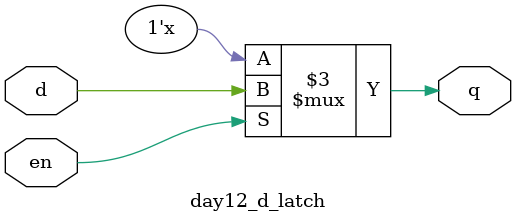
<source format=v>

module day12_d_latch(
    input wire d,    // Data
    input wire en,   // Enable
    output reg q     // Output (must be reg for memory)
);

    // This block runs whenever D or En changes
    always @(*) begin
        if (en) begin
            q = d;  // Pass D to Output
        end
        // If en is 0, we do NOTHING (which means we remember the old q)
    end

endmodule

</source>
